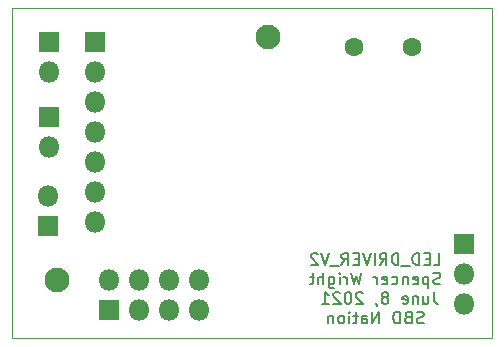
<source format=gbr>
%TF.GenerationSoftware,KiCad,Pcbnew,(5.1.6-0-10_14)*%
%TF.CreationDate,2021-06-09T21:20:11-05:00*%
%TF.ProjectId,led_driver_v2_06052021,6c65645f-6472-4697-9665-725f76325f30,rev?*%
%TF.SameCoordinates,Original*%
%TF.FileFunction,Soldermask,Bot*%
%TF.FilePolarity,Negative*%
%FSLAX46Y46*%
G04 Gerber Fmt 4.6, Leading zero omitted, Abs format (unit mm)*
G04 Created by KiCad (PCBNEW (5.1.6-0-10_14)) date 2021-06-09 21:20:11*
%MOMM*%
%LPD*%
G01*
G04 APERTURE LIST*
%ADD10C,0.150000*%
%TA.AperFunction,Profile*%
%ADD11C,0.050000*%
%TD*%
%ADD12C,1.600000*%
%ADD13C,2.100000*%
%ADD14R,1.800000X1.800000*%
%ADD15O,1.800000X1.800000*%
G04 APERTURE END LIST*
D10*
X177918571Y-47117380D02*
X178394761Y-47117380D01*
X178394761Y-46117380D01*
X177585238Y-46593571D02*
X177251904Y-46593571D01*
X177109047Y-47117380D02*
X177585238Y-47117380D01*
X177585238Y-46117380D01*
X177109047Y-46117380D01*
X176680476Y-47117380D02*
X176680476Y-46117380D01*
X176442380Y-46117380D01*
X176299523Y-46165000D01*
X176204285Y-46260238D01*
X176156666Y-46355476D01*
X176109047Y-46545952D01*
X176109047Y-46688809D01*
X176156666Y-46879285D01*
X176204285Y-46974523D01*
X176299523Y-47069761D01*
X176442380Y-47117380D01*
X176680476Y-47117380D01*
X175918571Y-47212619D02*
X175156666Y-47212619D01*
X174918571Y-47117380D02*
X174918571Y-46117380D01*
X174680476Y-46117380D01*
X174537619Y-46165000D01*
X174442380Y-46260238D01*
X174394761Y-46355476D01*
X174347142Y-46545952D01*
X174347142Y-46688809D01*
X174394761Y-46879285D01*
X174442380Y-46974523D01*
X174537619Y-47069761D01*
X174680476Y-47117380D01*
X174918571Y-47117380D01*
X173347142Y-47117380D02*
X173680476Y-46641190D01*
X173918571Y-47117380D02*
X173918571Y-46117380D01*
X173537619Y-46117380D01*
X173442380Y-46165000D01*
X173394761Y-46212619D01*
X173347142Y-46307857D01*
X173347142Y-46450714D01*
X173394761Y-46545952D01*
X173442380Y-46593571D01*
X173537619Y-46641190D01*
X173918571Y-46641190D01*
X172918571Y-47117380D02*
X172918571Y-46117380D01*
X172585238Y-46117380D02*
X172251904Y-47117380D01*
X171918571Y-46117380D01*
X171585238Y-46593571D02*
X171251904Y-46593571D01*
X171109047Y-47117380D02*
X171585238Y-47117380D01*
X171585238Y-46117380D01*
X171109047Y-46117380D01*
X170109047Y-47117380D02*
X170442380Y-46641190D01*
X170680476Y-47117380D02*
X170680476Y-46117380D01*
X170299523Y-46117380D01*
X170204285Y-46165000D01*
X170156666Y-46212619D01*
X170109047Y-46307857D01*
X170109047Y-46450714D01*
X170156666Y-46545952D01*
X170204285Y-46593571D01*
X170299523Y-46641190D01*
X170680476Y-46641190D01*
X169918571Y-47212619D02*
X169156666Y-47212619D01*
X169061428Y-46117380D02*
X168728095Y-47117380D01*
X168394761Y-46117380D01*
X168109047Y-46212619D02*
X168061428Y-46165000D01*
X167966190Y-46117380D01*
X167728095Y-46117380D01*
X167632857Y-46165000D01*
X167585238Y-46212619D01*
X167537619Y-46307857D01*
X167537619Y-46403095D01*
X167585238Y-46545952D01*
X168156666Y-47117380D01*
X167537619Y-47117380D01*
X178466190Y-48719761D02*
X178323333Y-48767380D01*
X178085238Y-48767380D01*
X177990000Y-48719761D01*
X177942380Y-48672142D01*
X177894761Y-48576904D01*
X177894761Y-48481666D01*
X177942380Y-48386428D01*
X177990000Y-48338809D01*
X178085238Y-48291190D01*
X178275714Y-48243571D01*
X178370952Y-48195952D01*
X178418571Y-48148333D01*
X178466190Y-48053095D01*
X178466190Y-47957857D01*
X178418571Y-47862619D01*
X178370952Y-47815000D01*
X178275714Y-47767380D01*
X178037619Y-47767380D01*
X177894761Y-47815000D01*
X177466190Y-48100714D02*
X177466190Y-49100714D01*
X177466190Y-48148333D02*
X177370952Y-48100714D01*
X177180476Y-48100714D01*
X177085238Y-48148333D01*
X177037619Y-48195952D01*
X176990000Y-48291190D01*
X176990000Y-48576904D01*
X177037619Y-48672142D01*
X177085238Y-48719761D01*
X177180476Y-48767380D01*
X177370952Y-48767380D01*
X177466190Y-48719761D01*
X176180476Y-48719761D02*
X176275714Y-48767380D01*
X176466190Y-48767380D01*
X176561428Y-48719761D01*
X176609047Y-48624523D01*
X176609047Y-48243571D01*
X176561428Y-48148333D01*
X176466190Y-48100714D01*
X176275714Y-48100714D01*
X176180476Y-48148333D01*
X176132857Y-48243571D01*
X176132857Y-48338809D01*
X176609047Y-48434047D01*
X175704285Y-48100714D02*
X175704285Y-48767380D01*
X175704285Y-48195952D02*
X175656666Y-48148333D01*
X175561428Y-48100714D01*
X175418571Y-48100714D01*
X175323333Y-48148333D01*
X175275714Y-48243571D01*
X175275714Y-48767380D01*
X174370952Y-48719761D02*
X174466190Y-48767380D01*
X174656666Y-48767380D01*
X174751904Y-48719761D01*
X174799523Y-48672142D01*
X174847142Y-48576904D01*
X174847142Y-48291190D01*
X174799523Y-48195952D01*
X174751904Y-48148333D01*
X174656666Y-48100714D01*
X174466190Y-48100714D01*
X174370952Y-48148333D01*
X173561428Y-48719761D02*
X173656666Y-48767380D01*
X173847142Y-48767380D01*
X173942380Y-48719761D01*
X173990000Y-48624523D01*
X173990000Y-48243571D01*
X173942380Y-48148333D01*
X173847142Y-48100714D01*
X173656666Y-48100714D01*
X173561428Y-48148333D01*
X173513809Y-48243571D01*
X173513809Y-48338809D01*
X173990000Y-48434047D01*
X173085238Y-48767380D02*
X173085238Y-48100714D01*
X173085238Y-48291190D02*
X173037619Y-48195952D01*
X172990000Y-48148333D01*
X172894761Y-48100714D01*
X172799523Y-48100714D01*
X171799523Y-47767380D02*
X171561428Y-48767380D01*
X171370952Y-48053095D01*
X171180476Y-48767380D01*
X170942380Y-47767380D01*
X170561428Y-48767380D02*
X170561428Y-48100714D01*
X170561428Y-48291190D02*
X170513809Y-48195952D01*
X170466190Y-48148333D01*
X170370952Y-48100714D01*
X170275714Y-48100714D01*
X169942380Y-48767380D02*
X169942380Y-48100714D01*
X169942380Y-47767380D02*
X169990000Y-47815000D01*
X169942380Y-47862619D01*
X169894761Y-47815000D01*
X169942380Y-47767380D01*
X169942380Y-47862619D01*
X169037619Y-48100714D02*
X169037619Y-48910238D01*
X169085238Y-49005476D01*
X169132857Y-49053095D01*
X169228095Y-49100714D01*
X169370952Y-49100714D01*
X169466190Y-49053095D01*
X169037619Y-48719761D02*
X169132857Y-48767380D01*
X169323333Y-48767380D01*
X169418571Y-48719761D01*
X169466190Y-48672142D01*
X169513809Y-48576904D01*
X169513809Y-48291190D01*
X169466190Y-48195952D01*
X169418571Y-48148333D01*
X169323333Y-48100714D01*
X169132857Y-48100714D01*
X169037619Y-48148333D01*
X168561428Y-48767380D02*
X168561428Y-47767380D01*
X168132857Y-48767380D02*
X168132857Y-48243571D01*
X168180476Y-48148333D01*
X168275714Y-48100714D01*
X168418571Y-48100714D01*
X168513809Y-48148333D01*
X168561428Y-48195952D01*
X167799523Y-48100714D02*
X167418571Y-48100714D01*
X167656666Y-47767380D02*
X167656666Y-48624523D01*
X167609047Y-48719761D01*
X167513809Y-48767380D01*
X167418571Y-48767380D01*
X177942380Y-49417380D02*
X177942380Y-50131666D01*
X177990000Y-50274523D01*
X178085238Y-50369761D01*
X178228095Y-50417380D01*
X178323333Y-50417380D01*
X177037619Y-49750714D02*
X177037619Y-50417380D01*
X177466190Y-49750714D02*
X177466190Y-50274523D01*
X177418571Y-50369761D01*
X177323333Y-50417380D01*
X177180476Y-50417380D01*
X177085238Y-50369761D01*
X177037619Y-50322142D01*
X176561428Y-49750714D02*
X176561428Y-50417380D01*
X176561428Y-49845952D02*
X176513809Y-49798333D01*
X176418571Y-49750714D01*
X176275714Y-49750714D01*
X176180476Y-49798333D01*
X176132857Y-49893571D01*
X176132857Y-50417380D01*
X175275714Y-50369761D02*
X175370952Y-50417380D01*
X175561428Y-50417380D01*
X175656666Y-50369761D01*
X175704285Y-50274523D01*
X175704285Y-49893571D01*
X175656666Y-49798333D01*
X175561428Y-49750714D01*
X175370952Y-49750714D01*
X175275714Y-49798333D01*
X175228095Y-49893571D01*
X175228095Y-49988809D01*
X175704285Y-50084047D01*
X173894761Y-49845952D02*
X173990000Y-49798333D01*
X174037619Y-49750714D01*
X174085238Y-49655476D01*
X174085238Y-49607857D01*
X174037619Y-49512619D01*
X173990000Y-49465000D01*
X173894761Y-49417380D01*
X173704285Y-49417380D01*
X173609047Y-49465000D01*
X173561428Y-49512619D01*
X173513809Y-49607857D01*
X173513809Y-49655476D01*
X173561428Y-49750714D01*
X173609047Y-49798333D01*
X173704285Y-49845952D01*
X173894761Y-49845952D01*
X173990000Y-49893571D01*
X174037619Y-49941190D01*
X174085238Y-50036428D01*
X174085238Y-50226904D01*
X174037619Y-50322142D01*
X173990000Y-50369761D01*
X173894761Y-50417380D01*
X173704285Y-50417380D01*
X173609047Y-50369761D01*
X173561428Y-50322142D01*
X173513809Y-50226904D01*
X173513809Y-50036428D01*
X173561428Y-49941190D01*
X173609047Y-49893571D01*
X173704285Y-49845952D01*
X173037619Y-50369761D02*
X173037619Y-50417380D01*
X173085238Y-50512619D01*
X173132857Y-50560238D01*
X171894761Y-49512619D02*
X171847142Y-49465000D01*
X171751904Y-49417380D01*
X171513809Y-49417380D01*
X171418571Y-49465000D01*
X171370952Y-49512619D01*
X171323333Y-49607857D01*
X171323333Y-49703095D01*
X171370952Y-49845952D01*
X171942380Y-50417380D01*
X171323333Y-50417380D01*
X170704285Y-49417380D02*
X170609047Y-49417380D01*
X170513809Y-49465000D01*
X170466190Y-49512619D01*
X170418571Y-49607857D01*
X170370952Y-49798333D01*
X170370952Y-50036428D01*
X170418571Y-50226904D01*
X170466190Y-50322142D01*
X170513809Y-50369761D01*
X170609047Y-50417380D01*
X170704285Y-50417380D01*
X170799523Y-50369761D01*
X170847142Y-50322142D01*
X170894761Y-50226904D01*
X170942380Y-50036428D01*
X170942380Y-49798333D01*
X170894761Y-49607857D01*
X170847142Y-49512619D01*
X170799523Y-49465000D01*
X170704285Y-49417380D01*
X169990000Y-49512619D02*
X169942380Y-49465000D01*
X169847142Y-49417380D01*
X169609047Y-49417380D01*
X169513809Y-49465000D01*
X169466190Y-49512619D01*
X169418571Y-49607857D01*
X169418571Y-49703095D01*
X169466190Y-49845952D01*
X170037619Y-50417380D01*
X169418571Y-50417380D01*
X168466190Y-50417380D02*
X169037619Y-50417380D01*
X168751904Y-50417380D02*
X168751904Y-49417380D01*
X168847142Y-49560238D01*
X168942380Y-49655476D01*
X169037619Y-49703095D01*
X177061428Y-52019761D02*
X176918571Y-52067380D01*
X176680476Y-52067380D01*
X176585238Y-52019761D01*
X176537619Y-51972142D01*
X176490000Y-51876904D01*
X176490000Y-51781666D01*
X176537619Y-51686428D01*
X176585238Y-51638809D01*
X176680476Y-51591190D01*
X176870952Y-51543571D01*
X176966190Y-51495952D01*
X177013809Y-51448333D01*
X177061428Y-51353095D01*
X177061428Y-51257857D01*
X177013809Y-51162619D01*
X176966190Y-51115000D01*
X176870952Y-51067380D01*
X176632857Y-51067380D01*
X176490000Y-51115000D01*
X175728095Y-51543571D02*
X175585238Y-51591190D01*
X175537619Y-51638809D01*
X175490000Y-51734047D01*
X175490000Y-51876904D01*
X175537619Y-51972142D01*
X175585238Y-52019761D01*
X175680476Y-52067380D01*
X176061428Y-52067380D01*
X176061428Y-51067380D01*
X175728095Y-51067380D01*
X175632857Y-51115000D01*
X175585238Y-51162619D01*
X175537619Y-51257857D01*
X175537619Y-51353095D01*
X175585238Y-51448333D01*
X175632857Y-51495952D01*
X175728095Y-51543571D01*
X176061428Y-51543571D01*
X175061428Y-52067380D02*
X175061428Y-51067380D01*
X174823333Y-51067380D01*
X174680476Y-51115000D01*
X174585238Y-51210238D01*
X174537619Y-51305476D01*
X174490000Y-51495952D01*
X174490000Y-51638809D01*
X174537619Y-51829285D01*
X174585238Y-51924523D01*
X174680476Y-52019761D01*
X174823333Y-52067380D01*
X175061428Y-52067380D01*
X173299523Y-52067380D02*
X173299523Y-51067380D01*
X172728095Y-52067380D01*
X172728095Y-51067380D01*
X171823333Y-52067380D02*
X171823333Y-51543571D01*
X171870952Y-51448333D01*
X171966190Y-51400714D01*
X172156666Y-51400714D01*
X172251904Y-51448333D01*
X171823333Y-52019761D02*
X171918571Y-52067380D01*
X172156666Y-52067380D01*
X172251904Y-52019761D01*
X172299523Y-51924523D01*
X172299523Y-51829285D01*
X172251904Y-51734047D01*
X172156666Y-51686428D01*
X171918571Y-51686428D01*
X171823333Y-51638809D01*
X171490000Y-51400714D02*
X171109047Y-51400714D01*
X171347142Y-51067380D02*
X171347142Y-51924523D01*
X171299523Y-52019761D01*
X171204285Y-52067380D01*
X171109047Y-52067380D01*
X170775714Y-52067380D02*
X170775714Y-51400714D01*
X170775714Y-51067380D02*
X170823333Y-51115000D01*
X170775714Y-51162619D01*
X170728095Y-51115000D01*
X170775714Y-51067380D01*
X170775714Y-51162619D01*
X170156666Y-52067380D02*
X170251904Y-52019761D01*
X170299523Y-51972142D01*
X170347142Y-51876904D01*
X170347142Y-51591190D01*
X170299523Y-51495952D01*
X170251904Y-51448333D01*
X170156666Y-51400714D01*
X170013809Y-51400714D01*
X169918571Y-51448333D01*
X169870952Y-51495952D01*
X169823333Y-51591190D01*
X169823333Y-51876904D01*
X169870952Y-51972142D01*
X169918571Y-52019761D01*
X170013809Y-52067380D01*
X170156666Y-52067380D01*
X169394761Y-51400714D02*
X169394761Y-52067380D01*
X169394761Y-51495952D02*
X169347142Y-51448333D01*
X169251904Y-51400714D01*
X169109047Y-51400714D01*
X169013809Y-51448333D01*
X168966190Y-51543571D01*
X168966190Y-52067380D01*
D11*
X182880000Y-25400000D02*
X142240000Y-25400000D01*
X182880000Y-53340000D02*
X182880000Y-25400000D01*
X142240000Y-53340000D02*
X182880000Y-53340000D01*
X142240000Y-25400000D02*
X142240000Y-53340000D01*
D12*
%TO.C,Y2*%
X176070000Y-28660000D03*
X171190000Y-28660000D03*
%TD*%
D13*
%TO.C,H1*%
X163890000Y-27850000D03*
%TD*%
%TO.C,H2*%
X146050000Y-48400000D03*
%TD*%
D14*
%TO.C,J3*%
X145290000Y-43840000D03*
D15*
X145290000Y-41300000D03*
%TD*%
D14*
%TO.C,J4*%
X150420000Y-50960000D03*
D15*
X150420000Y-48420000D03*
X152960000Y-50960000D03*
X152960000Y-48420000D03*
X155500000Y-50960000D03*
X155500000Y-48420000D03*
X158040000Y-50960000D03*
X158040000Y-48420000D03*
%TD*%
D14*
%TO.C,J5*%
X145360000Y-34570000D03*
D15*
X145360000Y-37110000D03*
%TD*%
%TO.C,J6*%
X145340000Y-30770000D03*
D14*
X145340000Y-28230000D03*
%TD*%
%TO.C,J7*%
X149220000Y-28260000D03*
D15*
X149220000Y-30800000D03*
X149220000Y-33340000D03*
X149220000Y-35880000D03*
X149220000Y-38420000D03*
X149220000Y-40960000D03*
X149220000Y-43500000D03*
%TD*%
D14*
%TO.C,J8*%
X180500000Y-45340000D03*
D15*
X180500000Y-47880000D03*
X180500000Y-50420000D03*
%TD*%
M02*

</source>
